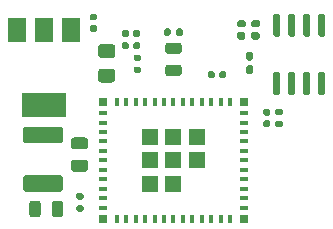
<source format=gbr>
%TF.GenerationSoftware,KiCad,Pcbnew,(5.1.12-1-10_14)*%
%TF.CreationDate,2022-02-21T12:57:33+08:00*%
%TF.ProjectId,esp32-c3_ddsu666,65737033-322d-4633-935f-646473753636,rev?*%
%TF.SameCoordinates,Original*%
%TF.FileFunction,Paste,Top*%
%TF.FilePolarity,Positive*%
%FSLAX46Y46*%
G04 Gerber Fmt 4.6, Leading zero omitted, Abs format (unit mm)*
G04 Created by KiCad (PCBNEW (5.1.12-1-10_14)) date 2022-02-21 12:57:33*
%MOMM*%
%LPD*%
G01*
G04 APERTURE LIST*
%ADD10R,1.500000X2.000000*%
%ADD11R,3.800000X2.000000*%
%ADD12R,0.399999X0.799998*%
%ADD13R,0.799998X0.399999*%
%ADD14R,1.450010X1.450010*%
%ADD15R,0.799998X0.799998*%
G04 APERTURE END LIST*
%TO.C,C3*%
G36*
G01*
X111265000Y-54620000D02*
X110315000Y-54620000D01*
G75*
G02*
X110065000Y-54370000I0J250000D01*
G01*
X110065000Y-53695000D01*
G75*
G02*
X110315000Y-53445000I250000J0D01*
G01*
X111265000Y-53445000D01*
G75*
G02*
X111515000Y-53695000I0J-250000D01*
G01*
X111515000Y-54370000D01*
G75*
G02*
X111265000Y-54620000I-250000J0D01*
G01*
G37*
G36*
G01*
X111265000Y-56695000D02*
X110315000Y-56695000D01*
G75*
G02*
X110065000Y-56445000I0J250000D01*
G01*
X110065000Y-55770000D01*
G75*
G02*
X110315000Y-55520000I250000J0D01*
G01*
X111265000Y-55520000D01*
G75*
G02*
X111515000Y-55770000I0J-250000D01*
G01*
X111515000Y-56445000D01*
G75*
G02*
X111265000Y-56695000I-250000J0D01*
G01*
G37*
%TD*%
%TO.C,C12*%
G36*
G01*
X122735000Y-55230000D02*
X123045000Y-55230000D01*
G75*
G02*
X123200000Y-55385000I0J-155000D01*
G01*
X123200000Y-55810000D01*
G75*
G02*
X123045000Y-55965000I-155000J0D01*
G01*
X122735000Y-55965000D01*
G75*
G02*
X122580000Y-55810000I0J155000D01*
G01*
X122580000Y-55385000D01*
G75*
G02*
X122735000Y-55230000I155000J0D01*
G01*
G37*
G36*
G01*
X122735000Y-54095000D02*
X123045000Y-54095000D01*
G75*
G02*
X123200000Y-54250000I0J-155000D01*
G01*
X123200000Y-54675000D01*
G75*
G02*
X123045000Y-54830000I-155000J0D01*
G01*
X122735000Y-54830000D01*
G75*
G02*
X122580000Y-54675000I0J155000D01*
G01*
X122580000Y-54250000D01*
G75*
G02*
X122735000Y-54095000I155000J0D01*
G01*
G37*
%TD*%
%TO.C,U2*%
G36*
G01*
X125335000Y-52800000D02*
X125035000Y-52800000D01*
G75*
G02*
X124885000Y-52650000I0J150000D01*
G01*
X124885000Y-51000000D01*
G75*
G02*
X125035000Y-50850000I150000J0D01*
G01*
X125335000Y-50850000D01*
G75*
G02*
X125485000Y-51000000I0J-150000D01*
G01*
X125485000Y-52650000D01*
G75*
G02*
X125335000Y-52800000I-150000J0D01*
G01*
G37*
G36*
G01*
X126605000Y-52800000D02*
X126305000Y-52800000D01*
G75*
G02*
X126155000Y-52650000I0J150000D01*
G01*
X126155000Y-51000000D01*
G75*
G02*
X126305000Y-50850000I150000J0D01*
G01*
X126605000Y-50850000D01*
G75*
G02*
X126755000Y-51000000I0J-150000D01*
G01*
X126755000Y-52650000D01*
G75*
G02*
X126605000Y-52800000I-150000J0D01*
G01*
G37*
G36*
G01*
X127875000Y-52800000D02*
X127575000Y-52800000D01*
G75*
G02*
X127425000Y-52650000I0J150000D01*
G01*
X127425000Y-51000000D01*
G75*
G02*
X127575000Y-50850000I150000J0D01*
G01*
X127875000Y-50850000D01*
G75*
G02*
X128025000Y-51000000I0J-150000D01*
G01*
X128025000Y-52650000D01*
G75*
G02*
X127875000Y-52800000I-150000J0D01*
G01*
G37*
G36*
G01*
X129145000Y-52800000D02*
X128845000Y-52800000D01*
G75*
G02*
X128695000Y-52650000I0J150000D01*
G01*
X128695000Y-51000000D01*
G75*
G02*
X128845000Y-50850000I150000J0D01*
G01*
X129145000Y-50850000D01*
G75*
G02*
X129295000Y-51000000I0J-150000D01*
G01*
X129295000Y-52650000D01*
G75*
G02*
X129145000Y-52800000I-150000J0D01*
G01*
G37*
G36*
G01*
X129145000Y-57750000D02*
X128845000Y-57750000D01*
G75*
G02*
X128695000Y-57600000I0J150000D01*
G01*
X128695000Y-55950000D01*
G75*
G02*
X128845000Y-55800000I150000J0D01*
G01*
X129145000Y-55800000D01*
G75*
G02*
X129295000Y-55950000I0J-150000D01*
G01*
X129295000Y-57600000D01*
G75*
G02*
X129145000Y-57750000I-150000J0D01*
G01*
G37*
G36*
G01*
X127875000Y-57750000D02*
X127575000Y-57750000D01*
G75*
G02*
X127425000Y-57600000I0J150000D01*
G01*
X127425000Y-55950000D01*
G75*
G02*
X127575000Y-55800000I150000J0D01*
G01*
X127875000Y-55800000D01*
G75*
G02*
X128025000Y-55950000I0J-150000D01*
G01*
X128025000Y-57600000D01*
G75*
G02*
X127875000Y-57750000I-150000J0D01*
G01*
G37*
G36*
G01*
X126605000Y-57750000D02*
X126305000Y-57750000D01*
G75*
G02*
X126155000Y-57600000I0J150000D01*
G01*
X126155000Y-55950000D01*
G75*
G02*
X126305000Y-55800000I150000J0D01*
G01*
X126605000Y-55800000D01*
G75*
G02*
X126755000Y-55950000I0J-150000D01*
G01*
X126755000Y-57600000D01*
G75*
G02*
X126605000Y-57750000I-150000J0D01*
G01*
G37*
G36*
G01*
X125335000Y-57750000D02*
X125035000Y-57750000D01*
G75*
G02*
X124885000Y-57600000I0J150000D01*
G01*
X124885000Y-55950000D01*
G75*
G02*
X125035000Y-55800000I150000J0D01*
G01*
X125335000Y-55800000D01*
G75*
G02*
X125485000Y-55950000I0J-150000D01*
G01*
X125485000Y-57600000D01*
G75*
G02*
X125335000Y-57750000I-150000J0D01*
G01*
G37*
%TD*%
%TO.C,R2*%
G36*
G01*
X122540000Y-52570000D02*
X122540000Y-52890000D01*
G75*
G02*
X122380000Y-53050000I-160000J0D01*
G01*
X121985000Y-53050000D01*
G75*
G02*
X121825000Y-52890000I0J160000D01*
G01*
X121825000Y-52570000D01*
G75*
G02*
X121985000Y-52410000I160000J0D01*
G01*
X122380000Y-52410000D01*
G75*
G02*
X122540000Y-52570000I0J-160000D01*
G01*
G37*
G36*
G01*
X123735000Y-52570000D02*
X123735000Y-52890000D01*
G75*
G02*
X123575000Y-53050000I-160000J0D01*
G01*
X123180000Y-53050000D01*
G75*
G02*
X123020000Y-52890000I0J160000D01*
G01*
X123020000Y-52570000D01*
G75*
G02*
X123180000Y-52410000I160000J0D01*
G01*
X123575000Y-52410000D01*
G75*
G02*
X123735000Y-52570000I0J-160000D01*
G01*
G37*
%TD*%
%TO.C,R1*%
G36*
G01*
X123040000Y-51870000D02*
X123040000Y-51550000D01*
G75*
G02*
X123200000Y-51390000I160000J0D01*
G01*
X123595000Y-51390000D01*
G75*
G02*
X123755000Y-51550000I0J-160000D01*
G01*
X123755000Y-51870000D01*
G75*
G02*
X123595000Y-52030000I-160000J0D01*
G01*
X123200000Y-52030000D01*
G75*
G02*
X123040000Y-51870000I0J160000D01*
G01*
G37*
G36*
G01*
X121845000Y-51870000D02*
X121845000Y-51550000D01*
G75*
G02*
X122005000Y-51390000I160000J0D01*
G01*
X122400000Y-51390000D01*
G75*
G02*
X122560000Y-51550000I0J-160000D01*
G01*
X122560000Y-51870000D01*
G75*
G02*
X122400000Y-52030000I-160000J0D01*
G01*
X122005000Y-52030000D01*
G75*
G02*
X121845000Y-51870000I0J160000D01*
G01*
G37*
%TD*%
%TO.C,R14*%
G36*
G01*
X116680000Y-52615000D02*
X116680000Y-52245000D01*
G75*
G02*
X116815000Y-52110000I135000J0D01*
G01*
X117085000Y-52110000D01*
G75*
G02*
X117220000Y-52245000I0J-135000D01*
G01*
X117220000Y-52615000D01*
G75*
G02*
X117085000Y-52750000I-135000J0D01*
G01*
X116815000Y-52750000D01*
G75*
G02*
X116680000Y-52615000I0J135000D01*
G01*
G37*
G36*
G01*
X115660000Y-52615000D02*
X115660000Y-52245000D01*
G75*
G02*
X115795000Y-52110000I135000J0D01*
G01*
X116065000Y-52110000D01*
G75*
G02*
X116200000Y-52245000I0J-135000D01*
G01*
X116200000Y-52615000D01*
G75*
G02*
X116065000Y-52750000I-135000J0D01*
G01*
X115795000Y-52750000D01*
G75*
G02*
X115660000Y-52615000I0J135000D01*
G01*
G37*
%TD*%
%TO.C,R12*%
G36*
G01*
X108715000Y-66600000D02*
X108345000Y-66600000D01*
G75*
G02*
X108210000Y-66465000I0J135000D01*
G01*
X108210000Y-66195000D01*
G75*
G02*
X108345000Y-66060000I135000J0D01*
G01*
X108715000Y-66060000D01*
G75*
G02*
X108850000Y-66195000I0J-135000D01*
G01*
X108850000Y-66465000D01*
G75*
G02*
X108715000Y-66600000I-135000J0D01*
G01*
G37*
G36*
G01*
X108715000Y-67620000D02*
X108345000Y-67620000D01*
G75*
G02*
X108210000Y-67485000I0J135000D01*
G01*
X108210000Y-67215000D01*
G75*
G02*
X108345000Y-67080000I135000J0D01*
G01*
X108715000Y-67080000D01*
G75*
G02*
X108850000Y-67215000I0J-135000D01*
G01*
X108850000Y-67485000D01*
G75*
G02*
X108715000Y-67620000I-135000J0D01*
G01*
G37*
%TD*%
%TO.C,D2*%
G36*
G01*
X115983750Y-55180000D02*
X116896250Y-55180000D01*
G75*
G02*
X117140000Y-55423750I0J-243750D01*
G01*
X117140000Y-55911250D01*
G75*
G02*
X116896250Y-56155000I-243750J0D01*
G01*
X115983750Y-56155000D01*
G75*
G02*
X115740000Y-55911250I0J243750D01*
G01*
X115740000Y-55423750D01*
G75*
G02*
X115983750Y-55180000I243750J0D01*
G01*
G37*
G36*
G01*
X115983750Y-53305000D02*
X116896250Y-53305000D01*
G75*
G02*
X117140000Y-53548750I0J-243750D01*
G01*
X117140000Y-54036250D01*
G75*
G02*
X116896250Y-54280000I-243750J0D01*
G01*
X115983750Y-54280000D01*
G75*
G02*
X115740000Y-54036250I0J243750D01*
G01*
X115740000Y-53548750D01*
G75*
G02*
X115983750Y-53305000I243750J0D01*
G01*
G37*
%TD*%
%TO.C,D1*%
G36*
G01*
X105220000Y-66943750D02*
X105220000Y-67856250D01*
G75*
G02*
X104976250Y-68100000I-243750J0D01*
G01*
X104488750Y-68100000D01*
G75*
G02*
X104245000Y-67856250I0J243750D01*
G01*
X104245000Y-66943750D01*
G75*
G02*
X104488750Y-66700000I243750J0D01*
G01*
X104976250Y-66700000D01*
G75*
G02*
X105220000Y-66943750I0J-243750D01*
G01*
G37*
G36*
G01*
X107095000Y-66943750D02*
X107095000Y-67856250D01*
G75*
G02*
X106851250Y-68100000I-243750J0D01*
G01*
X106363750Y-68100000D01*
G75*
G02*
X106120000Y-67856250I0J243750D01*
G01*
X106120000Y-66943750D01*
G75*
G02*
X106363750Y-66700000I243750J0D01*
G01*
X106851250Y-66700000D01*
G75*
G02*
X107095000Y-66943750I0J-243750D01*
G01*
G37*
%TD*%
%TO.C,C7*%
G36*
G01*
X103949999Y-64540000D02*
X106850001Y-64540000D01*
G75*
G02*
X107100000Y-64789999I0J-249999D01*
G01*
X107100000Y-65690001D01*
G75*
G02*
X106850001Y-65940000I-249999J0D01*
G01*
X103949999Y-65940000D01*
G75*
G02*
X103700000Y-65690001I0J249999D01*
G01*
X103700000Y-64789999D01*
G75*
G02*
X103949999Y-64540000I249999J0D01*
G01*
G37*
G36*
G01*
X103949999Y-60440000D02*
X106850001Y-60440000D01*
G75*
G02*
X107100000Y-60689999I0J-249999D01*
G01*
X107100000Y-61590001D01*
G75*
G02*
X106850001Y-61840000I-249999J0D01*
G01*
X103949999Y-61840000D01*
G75*
G02*
X103700000Y-61590001I0J249999D01*
G01*
X103700000Y-60689999D01*
G75*
G02*
X103949999Y-60440000I249999J0D01*
G01*
G37*
%TD*%
D10*
%TO.C,U4*%
X107780000Y-52260000D03*
X103180000Y-52260000D03*
X105480000Y-52260000D03*
D11*
X105480000Y-58560000D03*
%TD*%
D12*
%TO.C,U1*%
X119639892Y-68229952D03*
X118839792Y-68229952D03*
X118039946Y-68229952D03*
X117239846Y-68229952D03*
X116439746Y-68229952D03*
X115639900Y-68229952D03*
X114839800Y-68229952D03*
X114039954Y-68229952D03*
X113239854Y-68229952D03*
X112440008Y-68229952D03*
X111639908Y-68229952D03*
D13*
X110490050Y-63280000D03*
X110490050Y-62479900D03*
X110490050Y-61680054D03*
X110490050Y-60879954D03*
X110490050Y-60079854D03*
X110490050Y-59280008D03*
D12*
X121240092Y-58330048D03*
X120439992Y-58330048D03*
X119640146Y-58330048D03*
X118840046Y-58330048D03*
D14*
X116440000Y-63280000D03*
D15*
X122389950Y-68229952D03*
X122389950Y-58330048D03*
X110490050Y-58330048D03*
X110490050Y-68229952D03*
D13*
X122389950Y-67279992D03*
X122389950Y-66479892D03*
X122389950Y-65680046D03*
X122389950Y-64879946D03*
X122389950Y-64080100D03*
X122389950Y-63280000D03*
X122389950Y-62480154D03*
X122389950Y-61680054D03*
X122389950Y-60879954D03*
X122389950Y-60080108D03*
X122389950Y-59280008D03*
D12*
X118039946Y-58330048D03*
X117239846Y-58330048D03*
X116440000Y-58330048D03*
X115639900Y-58330048D03*
X114840054Y-58330048D03*
X114039954Y-58330048D03*
X113240108Y-58330048D03*
X112440008Y-58330048D03*
X111639908Y-58330048D03*
D13*
X110490050Y-64079846D03*
X110490050Y-64879946D03*
X110490050Y-65679792D03*
X110490050Y-66480146D03*
X110490050Y-67279992D03*
D12*
X120439992Y-68229952D03*
X121239838Y-68229952D03*
D14*
X114464896Y-63280000D03*
X114464896Y-65255104D03*
X116440000Y-65255104D03*
X118415104Y-63280000D03*
X118415104Y-61304896D03*
X116440000Y-61304896D03*
X114464896Y-61304896D03*
%TD*%
%TO.C,R13*%
G36*
G01*
X113575000Y-54870000D02*
X113205000Y-54870000D01*
G75*
G02*
X113070000Y-54735000I0J135000D01*
G01*
X113070000Y-54465000D01*
G75*
G02*
X113205000Y-54330000I135000J0D01*
G01*
X113575000Y-54330000D01*
G75*
G02*
X113710000Y-54465000I0J-135000D01*
G01*
X113710000Y-54735000D01*
G75*
G02*
X113575000Y-54870000I-135000J0D01*
G01*
G37*
G36*
G01*
X113575000Y-55890000D02*
X113205000Y-55890000D01*
G75*
G02*
X113070000Y-55755000I0J135000D01*
G01*
X113070000Y-55485000D01*
G75*
G02*
X113205000Y-55350000I135000J0D01*
G01*
X113575000Y-55350000D01*
G75*
G02*
X113710000Y-55485000I0J-135000D01*
G01*
X113710000Y-55755000D01*
G75*
G02*
X113575000Y-55890000I-135000J0D01*
G01*
G37*
%TD*%
%TO.C,R11*%
G36*
G01*
X125185000Y-59940000D02*
X125555000Y-59940000D01*
G75*
G02*
X125690000Y-60075000I0J-135000D01*
G01*
X125690000Y-60345000D01*
G75*
G02*
X125555000Y-60480000I-135000J0D01*
G01*
X125185000Y-60480000D01*
G75*
G02*
X125050000Y-60345000I0J135000D01*
G01*
X125050000Y-60075000D01*
G75*
G02*
X125185000Y-59940000I135000J0D01*
G01*
G37*
G36*
G01*
X125185000Y-58920000D02*
X125555000Y-58920000D01*
G75*
G02*
X125690000Y-59055000I0J-135000D01*
G01*
X125690000Y-59325000D01*
G75*
G02*
X125555000Y-59460000I-135000J0D01*
G01*
X125185000Y-59460000D01*
G75*
G02*
X125050000Y-59325000I0J135000D01*
G01*
X125050000Y-59055000D01*
G75*
G02*
X125185000Y-58920000I135000J0D01*
G01*
G37*
%TD*%
%TO.C,C11*%
G36*
G01*
X124520000Y-59500000D02*
X124180000Y-59500000D01*
G75*
G02*
X124040000Y-59360000I0J140000D01*
G01*
X124040000Y-59080000D01*
G75*
G02*
X124180000Y-58940000I140000J0D01*
G01*
X124520000Y-58940000D01*
G75*
G02*
X124660000Y-59080000I0J-140000D01*
G01*
X124660000Y-59360000D01*
G75*
G02*
X124520000Y-59500000I-140000J0D01*
G01*
G37*
G36*
G01*
X124520000Y-60460000D02*
X124180000Y-60460000D01*
G75*
G02*
X124040000Y-60320000I0J140000D01*
G01*
X124040000Y-60040000D01*
G75*
G02*
X124180000Y-59900000I140000J0D01*
G01*
X124520000Y-59900000D01*
G75*
G02*
X124660000Y-60040000I0J-140000D01*
G01*
X124660000Y-60320000D01*
G75*
G02*
X124520000Y-60460000I-140000J0D01*
G01*
G37*
%TD*%
%TO.C,C10*%
G36*
G01*
X112650000Y-52360000D02*
X112650000Y-52700000D01*
G75*
G02*
X112510000Y-52840000I-140000J0D01*
G01*
X112230000Y-52840000D01*
G75*
G02*
X112090000Y-52700000I0J140000D01*
G01*
X112090000Y-52360000D01*
G75*
G02*
X112230000Y-52220000I140000J0D01*
G01*
X112510000Y-52220000D01*
G75*
G02*
X112650000Y-52360000I0J-140000D01*
G01*
G37*
G36*
G01*
X113610000Y-52360000D02*
X113610000Y-52700000D01*
G75*
G02*
X113470000Y-52840000I-140000J0D01*
G01*
X113190000Y-52840000D01*
G75*
G02*
X113050000Y-52700000I0J140000D01*
G01*
X113050000Y-52360000D01*
G75*
G02*
X113190000Y-52220000I140000J0D01*
G01*
X113470000Y-52220000D01*
G75*
G02*
X113610000Y-52360000I0J-140000D01*
G01*
G37*
%TD*%
%TO.C,C8*%
G36*
G01*
X108015000Y-63240000D02*
X108965000Y-63240000D01*
G75*
G02*
X109215000Y-63490000I0J-250000D01*
G01*
X109215000Y-63990000D01*
G75*
G02*
X108965000Y-64240000I-250000J0D01*
G01*
X108015000Y-64240000D01*
G75*
G02*
X107765000Y-63990000I0J250000D01*
G01*
X107765000Y-63490000D01*
G75*
G02*
X108015000Y-63240000I250000J0D01*
G01*
G37*
G36*
G01*
X108015000Y-61340000D02*
X108965000Y-61340000D01*
G75*
G02*
X109215000Y-61590000I0J-250000D01*
G01*
X109215000Y-62090000D01*
G75*
G02*
X108965000Y-62340000I-250000J0D01*
G01*
X108015000Y-62340000D01*
G75*
G02*
X107765000Y-62090000I0J250000D01*
G01*
X107765000Y-61590000D01*
G75*
G02*
X108015000Y-61340000I250000J0D01*
G01*
G37*
%TD*%
%TO.C,C6*%
G36*
G01*
X109490000Y-51830000D02*
X109830000Y-51830000D01*
G75*
G02*
X109970000Y-51970000I0J-140000D01*
G01*
X109970000Y-52250000D01*
G75*
G02*
X109830000Y-52390000I-140000J0D01*
G01*
X109490000Y-52390000D01*
G75*
G02*
X109350000Y-52250000I0J140000D01*
G01*
X109350000Y-51970000D01*
G75*
G02*
X109490000Y-51830000I140000J0D01*
G01*
G37*
G36*
G01*
X109490000Y-50870000D02*
X109830000Y-50870000D01*
G75*
G02*
X109970000Y-51010000I0J-140000D01*
G01*
X109970000Y-51290000D01*
G75*
G02*
X109830000Y-51430000I-140000J0D01*
G01*
X109490000Y-51430000D01*
G75*
G02*
X109350000Y-51290000I0J140000D01*
G01*
X109350000Y-51010000D01*
G75*
G02*
X109490000Y-50870000I140000J0D01*
G01*
G37*
%TD*%
%TO.C,C2*%
G36*
G01*
X112640000Y-53410000D02*
X112640000Y-53750000D01*
G75*
G02*
X112500000Y-53890000I-140000J0D01*
G01*
X112220000Y-53890000D01*
G75*
G02*
X112080000Y-53750000I0J140000D01*
G01*
X112080000Y-53410000D01*
G75*
G02*
X112220000Y-53270000I140000J0D01*
G01*
X112500000Y-53270000D01*
G75*
G02*
X112640000Y-53410000I0J-140000D01*
G01*
G37*
G36*
G01*
X113600000Y-53410000D02*
X113600000Y-53750000D01*
G75*
G02*
X113460000Y-53890000I-140000J0D01*
G01*
X113180000Y-53890000D01*
G75*
G02*
X113040000Y-53750000I0J140000D01*
G01*
X113040000Y-53410000D01*
G75*
G02*
X113180000Y-53270000I140000J0D01*
G01*
X113460000Y-53270000D01*
G75*
G02*
X113600000Y-53410000I0J-140000D01*
G01*
G37*
%TD*%
%TO.C,C1*%
G36*
G01*
X119930000Y-55870000D02*
X119930000Y-56210000D01*
G75*
G02*
X119790000Y-56350000I-140000J0D01*
G01*
X119510000Y-56350000D01*
G75*
G02*
X119370000Y-56210000I0J140000D01*
G01*
X119370000Y-55870000D01*
G75*
G02*
X119510000Y-55730000I140000J0D01*
G01*
X119790000Y-55730000D01*
G75*
G02*
X119930000Y-55870000I0J-140000D01*
G01*
G37*
G36*
G01*
X120890000Y-55870000D02*
X120890000Y-56210000D01*
G75*
G02*
X120750000Y-56350000I-140000J0D01*
G01*
X120470000Y-56350000D01*
G75*
G02*
X120330000Y-56210000I0J140000D01*
G01*
X120330000Y-55870000D01*
G75*
G02*
X120470000Y-55730000I140000J0D01*
G01*
X120750000Y-55730000D01*
G75*
G02*
X120890000Y-55870000I0J-140000D01*
G01*
G37*
%TD*%
M02*

</source>
